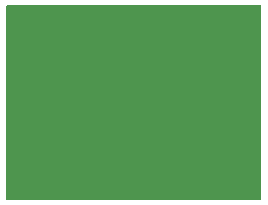
<source format=gbr>
G04 EAGLE Gerber RS-274X export*
G75*
%MOMM*%
%FSLAX34Y34*%
%LPD*%
%INBottom Copper*%
%IPPOS*%
%AMOC8*
5,1,8,0,0,1.08239X$1,22.5*%
G01*
G04 Define Apertures*
G36*
X532935Y635060D02*
X532638Y635000D01*
X318262Y635000D01*
X317987Y635051D01*
X317732Y635215D01*
X317560Y635465D01*
X317500Y635762D01*
X317500Y799338D01*
X317551Y799613D01*
X317715Y799868D01*
X317965Y800040D01*
X318262Y800100D01*
X532638Y800100D01*
X532913Y800049D01*
X533168Y799885D01*
X533340Y799635D01*
X533400Y799338D01*
X533400Y635762D01*
X533349Y635487D01*
X533185Y635232D01*
X532935Y635060D01*
G37*
G36*
X520235Y647760D02*
X519938Y647700D01*
X330962Y647700D01*
X330687Y647751D01*
X330432Y647915D01*
X330260Y648165D01*
X330200Y648462D01*
X330200Y773938D01*
X330251Y774213D01*
X330415Y774468D01*
X330665Y774640D01*
X330962Y774700D01*
X519938Y774700D01*
X520213Y774649D01*
X520468Y774485D01*
X520640Y774235D01*
X520700Y773938D01*
X520700Y648462D01*
X520649Y648187D01*
X520485Y647932D01*
X520235Y647760D01*
G37*
M02*

</source>
